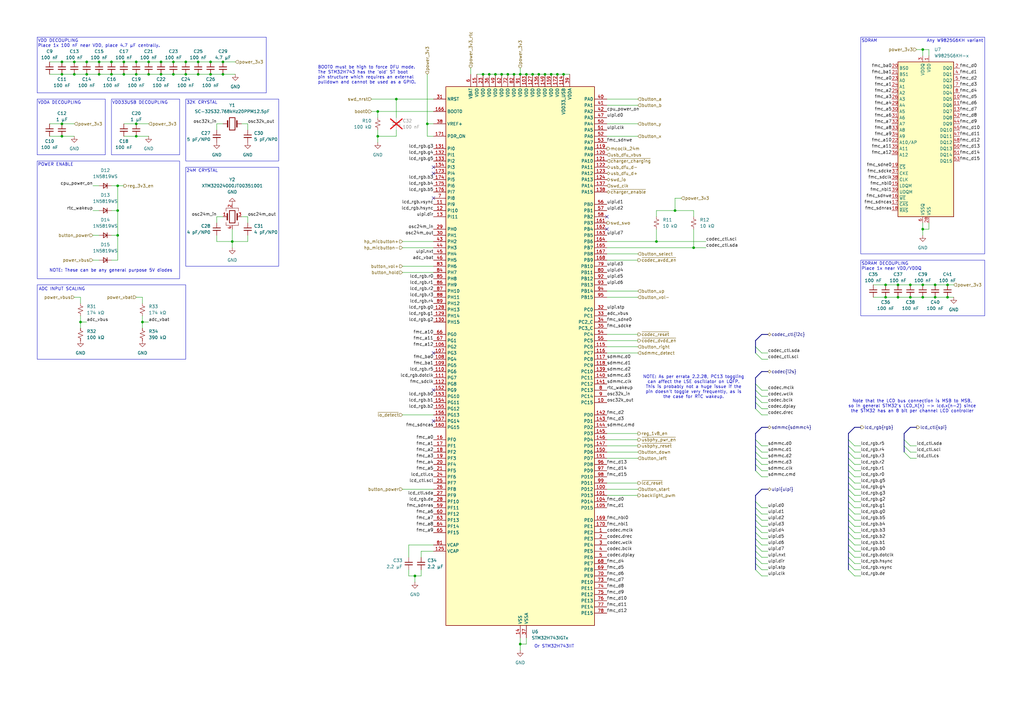
<source format=kicad_sch>
(kicad_sch (version 20250114) (generator "eeschema") (generator_version "9.0")
  (paper "A3")
  (title_block (title "CPU/RAM/power-on circuit") (date "2024-11-14") (rev "Rev1") (comment 1 "Author: Aidan MacDonald") (comment 2 "Status: Released") (comment 3 "NOT RECOMMENDED FOR MANUFACTURE"))
  (rectangle (start 15.24 116.84) (end 76.2 147.32))
  (rectangle (start 76.2 40.64) (end 114.3 66.04))
  (rectangle (start 45.72 40.64) (end 73.66 63.5))
  (rectangle (start 15.24 66.04) (end 73.66 114.3))
  (rectangle (start 15.24 40.64) (end 43.18 63.5))
  (rectangle (start 76.2 68.58) (end 114.3 109.22))
  (rectangle (start 15.24 15.24) (end 109.22 38.1))
  (rectangle (start 353.06 15.24) (end 403.86 104.14))
  (rectangle (start 353.06 106.68) (end 403.86 129.54))
  (text "32K CRYSTAL" (at 76.454 41.402 0) (effects (font (size 1.27 1.27)) (justify left top)))
  (text "SDRAM DECOUPLING\nPlace 1x near VDD/VDDQ" (at 353.314 109.22 0) (effects (font (size 1.27 1.27)) (justify left)))
  (text "Note that the LCD bus connection is MSB to MSB,\nso in general STM32's LCD_X(n) -> lcd.x(n-2) since\nthe STM32 has an 8 bit per channel LCD controller" (at 374.142 166.624 0) (effects (font (size 1.27 1.27))))
  (text "BOOT0 must be high to force DFU mode.\nThe STM32H743 has the 'old' ST boot\npin structure which requires an external\npulldown and cannot be used as a GPIO." (at 130.302 30.734 0) (effects (font (size 1.27 1.27)) (justify left)))
  (text "Or STM32H743IIT" (at 227.33 265.176 0) (effects (font (size 1.27 1.27))))
  (text "NOTE: These can be any general purpose 5V diodes" (at 45.466 110.998 0) (effects (font (size 1.27 1.27))))
  (text "ADC INPUT SCALING" (at 25.4 118.618 0) (effects (font (size 1.27 1.27))))
  (text "VDD33USB DECOUPLING" (at 45.974 42.164 0) (effects (font (size 1.27 1.27)) (justify left)))
  (text "NOTE: As per errata 2.2.28, PC13 toggling\ncan affect the LSE oscillator on LQFP.\nThis is probably not a huge issue if the\npin doesn't toggle very frequently, as is\nthe case for RTC wakeup." (at 284.48 158.75 0) (effects (font (size 1.27 1.27))))
  (text "VDD DECOUPLING\nPlace 1x 100 nF near VDD, place 4.7 µF centrally." (at 15.494 17.78 0) (effects (font (size 1.27 1.27)) (justify left)))
  (text "VDDA DECOUPLING" (at 15.494 42.164 0) (effects (font (size 1.27 1.27)) (justify left)))
  (text "24M CRYSTAL" (at 76.454 69.342 0) (effects (font (size 1.27 1.27)) (justify left top)))
  (text "SDRAM" (at 353.314 16.764 0) (effects (font (size 1.27 1.27)) (justify left)))
  (text "POWER ENABLE" (at 15.494 67.564 0) (effects (font (size 1.27 1.27)) (justify left)))
  (text "Any W9825G6KH variant" (at 391.668 16.764 0) (effects (font (size 1.27 1.27))))
  (junction (at 378.46 116.84))
  (junction (at 284.48 101.6))
  (junction (at 170.18 236.22))
  (junction (at 25.4 25.4))
  (junction (at 55.88 30.48))
  (junction (at 378.46 93.98))
  (junction (at 55.88 50.8))
  (junction (at 200.66 30.48))
  (junction (at 76.2 25.4))
  (junction (at 48.26 96.52))
  (junction (at 95.25 99.06))
  (junction (at 388.62 121.92))
  (junction (at 231.14 30.48))
  (junction (at 48.26 86.36))
  (junction (at 368.3 116.84))
  (junction (at 40.64 25.4))
  (junction (at 60.96 25.4))
  (junction (at 55.88 25.4))
  (junction (at 60.96 30.48))
  (junction (at 81.28 25.4))
  (junction (at 66.04 25.4))
  (junction (at 35.56 30.48))
  (junction (at 175.26 50.8))
  (junction (at 276.86 86.36))
  (junction (at 45.72 25.4))
  (junction (at 86.36 30.48))
  (junction (at 35.56 25.4))
  (junction (at 71.12 30.48))
  (junction (at 368.3 121.92))
  (junction (at 378.46 121.92))
  (junction (at 215.9 30.48))
  (junction (at 40.64 30.48))
  (junction (at 71.12 25.4))
  (junction (at 203.2 30.48))
  (junction (at 154.94 55.88))
  (junction (at 91.44 30.48))
  (junction (at 226.06 30.48))
  (junction (at 198.12 30.48))
  (junction (at 220.98 30.48))
  (junction (at 45.72 30.48))
  (junction (at 383.54 121.92))
  (junction (at 213.36 30.48))
  (junction (at 91.44 25.4))
  (junction (at 50.8 25.4))
  (junction (at 363.22 116.84))
  (junction (at 25.4 55.88))
  (junction (at 228.6 30.48))
  (junction (at 162.56 40.64))
  (junction (at 210.82 30.48))
  (junction (at 378.46 20.32))
  (junction (at 76.2 30.48))
  (junction (at 218.44 30.48))
  (junction (at 373.38 116.84))
  (junction (at 213.36 264.16))
  (junction (at 30.48 30.48))
  (junction (at 205.74 30.48))
  (junction (at 383.54 116.84))
  (junction (at 33.02 132.08))
  (junction (at 81.28 30.48))
  (junction (at 25.4 30.48))
  (junction (at 30.48 25.4))
  (junction (at 55.88 55.88))
  (junction (at 269.24 99.06))
  (junction (at 58.42 132.08))
  (junction (at 363.22 121.92))
  (junction (at 86.36 25.4))
  (junction (at 208.28 30.48))
  (junction (at 48.26 76.2))
  (junction (at 50.8 30.48))
  (junction (at 25.4 50.8))
  (junction (at 223.52 30.48))
  (junction (at 373.38 121.92))
  (junction (at 388.62 116.84))
  (junction (at 154.94 45.72))
  (junction (at 66.04 30.48))
  (no_connect (at 177.8 172.72))
  (no_connect (at 177.8 160.02))
  (no_connect (at 248.92 93.98))
  (no_connect (at 177.8 68.58))
  (no_connect (at 248.92 88.9))
  (no_connect (at 177.8 144.78))
  (no_connect (at 177.8 81.28))
  (no_connect (at 177.8 71.12))
  (bus_entry (at 309.88 160.02) (size 2.54 2.54))
  (bus_entry (at 309.88 213.36) (size 2.54 2.54))
  (bus_entry (at 309.88 215.9) (size 2.54 2.54))
  (bus_entry (at 347.98 223.52) (size 2.54 2.54))
  (bus_entry (at 370.84 182.88) (size 2.54 2.54))
  (bus_entry (at 347.98 213.36) (size 2.54 2.54))
  (bus_entry (at 309.88 162.56) (size 2.54 2.54))
  (bus_entry (at 309.88 142.24) (size 2.54 2.54))
  (bus_entry (at 347.98 226.06) (size 2.54 2.54))
  (bus_entry (at 347.98 220.98) (size 2.54 2.54))
  (bus_entry (at 347.98 210.82) (size 2.54 2.54))
  (bus_entry (at 309.88 182.88) (size 2.54 2.54))
  (bus_entry (at 347.98 218.44) (size 2.54 2.54))
  (bus_entry (at 347.98 190.5) (size 2.54 2.54))
  (bus_entry (at 309.88 144.78) (size 2.54 2.54))
  (bus_entry (at 347.98 205.74) (size 2.54 2.54))
  (bus_entry (at 309.88 165.1) (size 2.54 2.54))
  (bus_entry (at 347.98 208.28) (size 2.54 2.54))
  (bus_entry (at 309.88 223.52) (size 2.54 2.54))
  (bus_entry (at 347.98 215.9) (size 2.54 2.54))
  (bus_entry (at 309.88 185.42) (size 2.54 2.54))
  (bus_entry (at 309.88 210.82) (size 2.54 2.54))
  (bus_entry (at 347.98 233.68) (size 2.54 2.54))
  (bus_entry (at 347.98 193.04) (size 2.54 2.54))
  (bus_entry (at 309.88 233.68) (size 2.54 2.54))
  (bus_entry (at 347.98 228.6) (size 2.54 2.54))
  (bus_entry (at 309.88 220.98) (size 2.54 2.54))
  (bus_entry (at 309.88 180.34) (size 2.54 2.54))
  (bus_entry (at 309.88 167.64) (size 2.54 2.54))
  (bus_entry (at 370.84 185.42) (size 2.54 2.54))
  (bus_entry (at 309.88 208.28) (size 2.54 2.54))
  (bus_entry (at 309.88 226.06) (size 2.54 2.54))
  (bus_entry (at 309.88 157.48) (size 2.54 2.54))
  (bus_entry (at 347.98 200.66) (size 2.54 2.54))
  (bus_entry (at 370.84 180.34) (size 2.54 2.54))
  (bus_entry (at 347.98 203.2) (size 2.54 2.54))
  (bus_entry (at 309.88 190.5) (size 2.54 2.54))
  (bus_entry (at 309.88 193.04) (size 2.54 2.54))
  (bus_entry (at 347.98 195.58) (size 2.54 2.54))
  (bus_entry (at 347.98 185.42) (size 2.54 2.54))
  (bus_entry (at 309.88 205.74) (size 2.54 2.54))
  (bus_entry (at 309.88 218.44) (size 2.54 2.54))
  (bus_entry (at 347.98 231.14) (size 2.54 2.54))
  (bus_entry (at 309.88 228.6) (size 2.54 2.54))
  (bus_entry (at 347.98 198.12) (size 2.54 2.54))
  (bus_entry (at 309.88 231.14) (size 2.54 2.54))
  (bus_entry (at 309.88 187.96) (size 2.54 2.54))
  (bus_entry (at 347.98 182.88) (size 2.54 2.54))
  (bus_entry (at 347.98 187.96) (size 2.54 2.54))
  (bus_entry (at 347.98 180.34) (size 2.54 2.54))
  (bus (pts (xy 309.88 154.94) (xy 312.42 152.4)))
  (wire (pts (xy 101.6 50.8) (xy 99.06 50.8)))
  (wire (pts (xy 312.42 185.42) (xy 314.96 185.42)))
  (wire (pts (xy 165.1 111.76) (xy 177.8 111.76)))
  (bus (pts (xy 347.98 182.88) (xy 347.98 185.42)))
  (wire (pts (xy 30.48 25.4) (xy 35.56 25.4)))
  (wire (pts (xy 205.74 30.48) (xy 208.28 30.48)))
  (wire (pts (xy 312.42 195.58) (xy 314.96 195.58)))
  (wire (pts (xy 353.06 185.42) (xy 350.52 185.42)))
  (wire (pts (xy 381 93.98) (xy 381 91.44)))
  (wire (pts (xy 226.06 30.48) (xy 228.6 30.48)))
  (wire (pts (xy 284.48 86.36) (xy 284.48 88.9)))
  (wire (pts (xy 50.8 76.2) (xy 48.26 76.2)))
  (wire (pts (xy 165.1 170.18) (xy 177.8 170.18)))
  (bus (pts (xy 309.88 226.06) (xy 309.88 228.6)))
  (bus (pts (xy 309.88 223.52) (xy 309.88 226.06)))
  (bus (pts (xy 347.98 185.42) (xy 347.98 187.96)))
  (wire (pts (xy 76.2 25.4) (xy 81.28 25.4)))
  (wire (pts (xy 172.72 236.22) (xy 170.18 236.22)))
  (wire (pts (xy 312.42 231.14) (xy 314.96 231.14)))
  (wire (pts (xy 353.06 200.66) (xy 350.52 200.66)))
  (wire (pts (xy 261.62 177.8) (xy 248.92 177.8)))
  (bus (pts (xy 347.98 215.9) (xy 347.98 218.44)))
  (wire (pts (xy 353.06 218.44) (xy 350.52 218.44)))
  (bus (pts (xy 309.88 185.42) (xy 309.88 187.96)))
  (wire (pts (xy 378.46 20.32) (xy 378.46 22.86)))
  (wire (pts (xy 101.6 88.9) (xy 99.06 88.9)))
  (wire (pts (xy 261.62 139.7) (xy 248.92 139.7)))
  (wire (pts (xy 88.9 96.52) (xy 88.9 99.06)))
  (bus (pts (xy 309.88 165.1) (xy 309.88 167.64)))
  (wire (pts (xy 312.42 167.64) (xy 314.96 167.64)))
  (wire (pts (xy 45.72 96.52) (xy 48.26 96.52)))
  (wire (pts (xy 353.06 233.68) (xy 350.52 233.68)))
  (bus (pts (xy 347.98 228.6) (xy 347.98 231.14)))
  (wire (pts (xy 55.88 50.8) (xy 60.96 50.8)))
  (wire (pts (xy 162.56 55.88) (xy 154.94 55.88)))
  (wire (pts (xy 165.1 109.22) (xy 177.8 109.22)))
  (wire (pts (xy 177.8 223.52) (xy 167.64 223.52)))
  (wire (pts (xy 58.42 132.08) (xy 58.42 134.62)))
  (wire (pts (xy 213.36 264.16) (xy 215.9 264.16)))
  (wire (pts (xy 195.58 30.48) (xy 198.12 30.48)))
  (wire (pts (xy 353.06 205.74) (xy 350.52 205.74)))
  (wire (pts (xy 231.14 30.48) (xy 233.68 30.48)))
  (bus (pts (xy 347.98 220.98) (xy 347.98 223.52)))
  (wire (pts (xy 353.06 203.2) (xy 350.52 203.2)))
  (wire (pts (xy 58.42 129.54) (xy 58.42 132.08)))
  (wire (pts (xy 38.1 76.2) (xy 40.64 76.2)))
  (bus (pts (xy 312.42 152.4) (xy 314.96 152.4)))
  (wire (pts (xy 312.42 147.32) (xy 314.96 147.32)))
  (wire (pts (xy 154.94 45.72) (xy 154.94 48.26)))
  (wire (pts (xy 312.42 228.6) (xy 314.96 228.6)))
  (wire (pts (xy 276.86 81.28) (xy 276.86 86.36)))
  (wire (pts (xy 248.92 99.06) (xy 269.24 99.06)))
  (wire (pts (xy 358.14 121.92) (xy 363.22 121.92)))
  (wire (pts (xy 378.46 116.84) (xy 383.54 116.84)))
  (wire (pts (xy 33.02 132.08) (xy 33.02 134.62)))
  (wire (pts (xy 312.42 236.22) (xy 314.96 236.22)))
  (wire (pts (xy 48.26 76.2) (xy 45.72 76.2)))
  (wire (pts (xy 378.46 93.98) (xy 378.46 96.52)))
  (wire (pts (xy 284.48 101.6) (xy 289.56 101.6)))
  (bus (pts (xy 309.88 215.9) (xy 309.88 218.44)))
  (bus (pts (xy 347.98 180.34) (xy 347.98 182.88)))
  (wire (pts (xy 220.98 30.48) (xy 223.52 30.48)))
  (wire (pts (xy 373.38 121.92) (xy 378.46 121.92)))
  (wire (pts (xy 45.72 86.36) (xy 48.26 86.36)))
  (wire (pts (xy 261.62 50.8) (xy 248.92 50.8)))
  (wire (pts (xy 353.06 228.6) (xy 350.52 228.6)))
  (bus (pts (xy 347.98 177.8) (xy 347.98 180.34)))
  (wire (pts (xy 248.92 200.66) (xy 261.62 200.66)))
  (bus (pts (xy 309.88 220.98) (xy 309.88 223.52)))
  (bus (pts (xy 347.98 193.04) (xy 347.98 195.58)))
  (wire (pts (xy 353.06 220.98) (xy 350.52 220.98)))
  (wire (pts (xy 58.42 132.08) (xy 60.96 132.08)))
  (bus (pts (xy 347.98 200.66) (xy 347.98 203.2)))
  (wire (pts (xy 312.42 160.02) (xy 314.96 160.02)))
  (wire (pts (xy 38.1 106.68) (xy 40.64 106.68)))
  (wire (pts (xy 350.52 187.96) (xy 353.06 187.96)))
  (wire (pts (xy 58.42 121.92) (xy 58.42 124.46)))
  (wire (pts (xy 193.04 27.94) (xy 193.04 30.48)))
  (wire (pts (xy 55.88 55.88) (xy 60.96 55.88)))
  (wire (pts (xy 312.42 190.5) (xy 314.96 190.5)))
  (bus (pts (xy 309.88 210.82) (xy 309.88 213.36)))
  (bus (pts (xy 309.88 157.48) (xy 309.88 160.02)))
  (wire (pts (xy 50.8 30.48) (xy 55.88 30.48)))
  (wire (pts (xy 25.4 25.4) (xy 30.48 25.4)))
  (wire (pts (xy 312.42 233.68) (xy 314.96 233.68)))
  (wire (pts (xy 165.1 101.6) (xy 177.8 101.6)))
  (bus (pts (xy 309.88 162.56) (xy 309.88 165.1)))
  (bus (pts (xy 347.98 198.12) (xy 347.98 200.66)))
  (wire (pts (xy 167.64 236.22) (xy 170.18 236.22)))
  (wire (pts (xy 261.62 104.14) (xy 248.92 104.14)))
  (wire (pts (xy 353.06 215.9) (xy 350.52 215.9)))
  (wire (pts (xy 198.12 30.48) (xy 200.66 30.48)))
  (bus (pts (xy 347.98 231.14) (xy 347.98 233.68)))
  (wire (pts (xy 81.28 25.4) (xy 86.36 25.4)))
  (wire (pts (xy 261.62 187.96) (xy 248.92 187.96)))
  (bus (pts (xy 309.88 187.96) (xy 309.88 190.5)))
  (wire (pts (xy 353.06 195.58) (xy 350.52 195.58)))
  (bus (pts (xy 309.88 160.02) (xy 309.88 162.56)))
  (wire (pts (xy 20.32 55.88) (xy 25.4 55.88)))
  (wire (pts (xy 95.25 101.6) (xy 95.25 99.06)))
  (bus (pts (xy 347.98 205.74) (xy 347.98 208.28)))
  (wire (pts (xy 375.92 187.96) (xy 373.38 187.96)))
  (bus (pts (xy 347.98 190.5) (xy 347.98 193.04)))
  (wire (pts (xy 378.46 93.98) (xy 378.46 91.44)))
  (wire (pts (xy 261.62 40.64) (xy 248.92 40.64)))
  (wire (pts (xy 152.4 45.72) (xy 154.94 45.72)))
  (wire (pts (xy 353.06 190.5) (xy 350.52 190.5)))
  (wire (pts (xy 20.32 25.4) (xy 25.4 25.4)))
  (wire (pts (xy 383.54 116.84) (xy 388.62 116.84)))
  (wire (pts (xy 213.36 27.94) (xy 213.36 30.48)))
  (wire (pts (xy 203.2 30.48) (xy 205.74 30.48)))
  (wire (pts (xy 388.62 116.84) (xy 391.16 116.84)))
  (bus (pts (xy 309.88 139.7) (xy 309.88 142.24)))
  (wire (pts (xy 60.96 30.48) (xy 66.04 30.48)))
  (wire (pts (xy 261.62 203.2) (xy 248.92 203.2)))
  (wire (pts (xy 353.06 223.52) (xy 350.52 223.52)))
  (wire (pts (xy 261.62 119.38) (xy 248.92 119.38)))
  (bus (pts (xy 370.84 177.8) (xy 370.84 180.34)))
  (wire (pts (xy 269.24 86.36) (xy 276.86 86.36)))
  (wire (pts (xy 175.26 50.8) (xy 177.8 50.8)))
  (wire (pts (xy 162.56 53.34) (xy 162.56 55.88)))
  (wire (pts (xy 228.6 30.48) (xy 231.14 30.48)))
  (wire (pts (xy 353.06 236.22) (xy 350.52 236.22)))
  (wire (pts (xy 261.62 106.68) (xy 248.92 106.68)))
  (bus (pts (xy 347.98 226.06) (xy 347.98 228.6)))
  (bus (pts (xy 347.98 203.2) (xy 347.98 205.74)))
  (wire (pts (xy 38.1 96.52) (xy 40.64 96.52)))
  (wire (pts (xy 170.18 236.22) (xy 170.18 238.76)))
  (wire (pts (xy 276.86 86.36) (xy 284.48 86.36)))
  (wire (pts (xy 312.42 187.96) (xy 314.96 187.96)))
  (wire (pts (xy 363.22 116.84) (xy 368.3 116.84)))
  (wire (pts (xy 261.62 121.92) (xy 248.92 121.92)))
  (wire (pts (xy 81.28 30.48) (xy 86.36 30.48)))
  (wire (pts (xy 71.12 30.48) (xy 76.2 30.48)))
  (wire (pts (xy 375.92 185.42) (xy 373.38 185.42)))
  (wire (pts (xy 175.26 50.8) (xy 175.26 55.88)))
  (wire (pts (xy 200.66 30.48) (xy 203.2 30.48)))
  (wire (pts (xy 269.24 88.9) (xy 269.24 86.36)))
  (wire (pts (xy 312.42 223.52) (xy 314.96 223.52)))
  (wire (pts (xy 383.54 121.92) (xy 388.62 121.92)))
  (wire (pts (xy 172.72 233.68) (xy 172.72 236.22)))
  (wire (pts (xy 88.9 99.06) (xy 95.25 99.06)))
  (wire (pts (xy 363.22 121.92) (xy 368.3 121.92)))
  (bus (pts (xy 309.88 177.8) (xy 309.88 180.34)))
  (bus (pts (xy 309.88 205.74) (xy 309.88 208.28)))
  (wire (pts (xy 312.42 218.44) (xy 314.96 218.44)))
  (bus (pts (xy 347.98 213.36) (xy 347.98 215.9)))
  (wire (pts (xy 373.38 116.84) (xy 378.46 116.84)))
  (wire (pts (xy 261.62 137.16) (xy 248.92 137.16)))
  (wire (pts (xy 154.94 45.72) (xy 177.8 45.72)))
  (wire (pts (xy 358.14 116.84) (xy 363.22 116.84)))
  (wire (pts (xy 312.42 215.9) (xy 314.96 215.9)))
  (bus (pts (xy 312.42 137.16) (xy 314.96 137.16)))
  (bus (pts (xy 347.98 187.96) (xy 347.98 190.5)))
  (wire (pts (xy 38.1 86.36) (xy 40.64 86.36)))
  (wire (pts (xy 172.72 226.06) (xy 177.8 226.06)))
  (wire (pts (xy 312.42 220.98) (xy 314.96 220.98)))
  (wire (pts (xy 175.26 30.48) (xy 175.26 50.8)))
  (wire (pts (xy 208.28 30.48) (xy 210.82 30.48)))
  (wire (pts (xy 25.4 50.8) (xy 30.48 50.8)))
  (bus (pts (xy 309.88 231.14) (xy 309.88 233.68)))
  (wire (pts (xy 223.52 30.48) (xy 226.06 30.48)))
  (wire (pts (xy 101.6 99.06) (xy 95.25 99.06)))
  (bus (pts (xy 347.98 195.58) (xy 347.98 198.12)))
  (wire (pts (xy 312.42 170.18) (xy 314.96 170.18)))
  (bus (pts (xy 370.84 182.88) (xy 370.84 180.34)))
  (wire (pts (xy 66.04 25.4) (xy 71.12 25.4)))
  (bus (pts (xy 309.88 208.28) (xy 309.88 210.82)))
  (wire (pts (xy 215.9 261.62) (xy 215.9 264.16)))
  (bus (pts (xy 312.42 200.66) (xy 314.96 200.66)))
  (wire (pts (xy 312.42 226.06) (xy 314.96 226.06)))
  (wire (pts (xy 91.44 25.4) (xy 96.52 25.4)))
  (wire (pts (xy 66.04 30.48) (xy 71.12 30.48)))
  (wire (pts (xy 162.56 40.64) (xy 177.8 40.64)))
  (wire (pts (xy 368.3 116.84) (xy 373.38 116.84)))
  (wire (pts (xy 33.02 129.54) (xy 33.02 132.08)))
  (wire (pts (xy 167.64 233.68) (xy 167.64 236.22)))
  (wire (pts (xy 269.24 99.06) (xy 289.56 99.06)))
  (wire (pts (xy 101.6 50.8) (xy 101.6 53.34)))
  (bus (pts (xy 309.88 203.2) (xy 312.42 200.66)))
  (wire (pts (xy 312.42 182.88) (xy 314.96 182.88)))
  (wire (pts (xy 101.6 96.52) (xy 101.6 99.06)))
  (wire (pts (xy 60.96 25.4) (xy 66.04 25.4)))
  (bus (pts (xy 347.98 177.8) (xy 350.52 175.26)))
  (wire (pts (xy 218.44 30.48) (xy 220.98 30.48)))
  (wire (pts (xy 353.06 210.82) (xy 350.52 210.82)))
  (wire (pts (xy 353.06 208.28) (xy 350.52 208.28)))
  (bus (pts (xy 309.88 154.94) (xy 309.88 157.48)))
  (wire (pts (xy 375.92 182.88) (xy 373.38 182.88)))
  (wire (pts (xy 261.62 180.34) (xy 248.92 180.34)))
  (wire (pts (xy 88.9 88.9) (xy 88.9 91.44)))
  (wire (pts (xy 175.26 55.88) (xy 177.8 55.88)))
  (bus (pts (xy 347.98 208.28) (xy 347.98 210.82)))
  (wire (pts (xy 353.06 231.14) (xy 350.52 231.14)))
  (wire (pts (xy 30.48 30.48) (xy 35.56 30.48)))
  (wire (pts (xy 95.25 99.06) (xy 95.25 93.98)))
  (wire (pts (xy 261.62 198.12) (xy 248.92 198.12)))
  (wire (pts (xy 312.42 210.82) (xy 314.96 210.82)))
  (wire (pts (xy 167.64 223.52) (xy 167.64 228.6)))
  (wire (pts (xy 45.72 25.4) (xy 50.8 25.4)))
  (wire (pts (xy 88.9 88.9) (xy 91.44 88.9)))
  (wire (pts (xy 50.8 25.4) (xy 55.88 25.4)))
  (wire (pts (xy 25.4 55.88) (xy 30.48 55.88)))
  (wire (pts (xy 88.9 50.8) (xy 88.9 53.34)))
  (wire (pts (xy 76.2 30.48) (xy 81.28 30.48)))
  (wire (pts (xy 381 22.86) (xy 381 20.32)))
  (wire (pts (xy 40.64 30.48) (xy 45.72 30.48)))
  (wire (pts (xy 165.1 99.06) (xy 177.8 99.06)))
  (wire (pts (xy 86.36 30.48) (xy 91.44 30.48)))
  (wire (pts (xy 30.48 121.92) (xy 33.02 121.92)))
  (bus (pts (xy 347.98 223.52) (xy 347.98 226.06)))
  (wire (pts (xy 269.24 93.98) (xy 269.24 99.06)))
  (wire (pts (xy 388.62 121.92) (xy 391.16 121.92)))
  (bus (pts (xy 309.88 218.44) (xy 309.88 220.98)))
  (wire (pts (xy 165.1 200.66) (xy 177.8 200.66)))
  (wire (pts (xy 55.88 30.48) (xy 60.96 30.48)))
  (wire (pts (xy 71.12 25.4) (xy 76.2 25.4)))
  (wire (pts (xy 261.62 43.18) (xy 248.92 43.18)))
  (wire (pts (xy 378.46 121.92) (xy 383.54 121.92)))
  (bus (pts (xy 309.88 228.6) (xy 309.88 231.14)))
  (bus (pts (xy 309.88 177.8) (xy 312.42 175.26)))
  (bus (pts (xy 350.52 175.26) (xy 353.06 175.26)))
  (wire (pts (xy 45.72 30.48) (xy 50.8 30.48)))
  (bus (pts (xy 312.42 175.26) (xy 314.96 175.26)))
  (wire (pts (xy 261.62 142.24) (xy 248.92 142.24)))
  (wire (pts (xy 213.36 30.48) (xy 215.9 30.48)))
  (wire (pts (xy 20.32 30.48) (xy 25.4 30.48)))
  (wire (pts (xy 312.42 193.04) (xy 314.96 193.04)))
  (wire (pts (xy 210.82 30.48) (xy 213.36 30.48)))
  (wire (pts (xy 312.42 144.78) (xy 314.96 144.78)))
  (wire (pts (xy 154.94 58.42) (xy 154.94 55.88)))
  (wire (pts (xy 312.42 208.28) (xy 314.96 208.28)))
  (wire (pts (xy 215.9 30.48) (xy 218.44 30.48)))
  (bus (pts (xy 309.88 139.7) (xy 312.42 137.16)))
  (wire (pts (xy 91.44 30.48) (xy 96.52 30.48)))
  (wire (pts (xy 48.26 106.68) (xy 48.26 96.52)))
  (wire (pts (xy 261.62 185.42) (xy 248.92 185.42)))
  (wire (pts (xy 261.62 144.78) (xy 248.92 144.78)))
  (wire (pts (xy 213.36 261.62) (xy 213.36 264.16)))
  (bus (pts (xy 309.88 213.36) (xy 309.88 215.9)))
  (wire (pts (xy 375.92 20.32) (xy 378.46 20.32)))
  (wire (pts (xy 152.4 40.64) (xy 162.56 40.64)))
  (wire (pts (xy 213.36 266.7) (xy 213.36 264.16)))
  (wire (pts (xy 50.8 55.88) (xy 55.88 55.88)))
  (wire (pts (xy 101.6 88.9) (xy 101.6 91.44)))
  (wire (pts (xy 88.9 50.8) (xy 91.44 50.8)))
  (bus (pts (xy 309.88 203.2) (xy 309.88 205.74)))
  (bus (pts (xy 347.98 210.82) (xy 347.98 213.36)))
  (wire (pts (xy 35.56 30.48) (xy 40.64 30.48)))
  (wire (pts (xy 312.42 162.56) (xy 314.96 162.56)))
  (wire (pts (xy 353.06 226.06) (xy 350.52 226.06)))
  (wire (pts (xy 312.42 165.1) (xy 314.96 165.1)))
  (bus (pts (xy 309.88 180.34) (xy 309.88 182.88)))
  (wire (pts (xy 50.8 50.8) (xy 55.88 50.8)))
  (wire (pts (xy 353.06 193.04) (xy 350.52 193.04)))
  (wire (pts (xy 35.56 25.4) (xy 40.64 25.4)))
  (wire (pts (xy 353.06 198.12) (xy 350.52 198.12)))
  (bus (pts (xy 370.84 177.8) (xy 373.38 175.26)))
  (wire (pts (xy 55.88 25.4) (xy 60.96 25.4)))
  (wire (pts (xy 368.3 121.92) (xy 373.38 121.92)))
  (bus (pts (xy 347.98 218.44) (xy 347.98 220.98)))
  (bus (pts (xy 309.88 182.88) (xy 309.88 185.42)))
  (wire (pts (xy 25.4 30.48) (xy 30.48 30.48)))
  (wire (pts (xy 162.56 40.64) (xy 162.56 48.26)))
  (bus (pts (xy 309.88 190.5) (xy 309.88 193.04)))
  (wire (pts (xy 86.36 25.4) (xy 91.44 25.4)))
  (wire (pts (xy 312.42 213.36) (xy 314.96 213.36)))
  (wire (pts (xy 381 20.32) (xy 378.46 20.32)))
  (wire (pts (xy 33.02 121.92) (xy 33.02 124.46)))
  (wire (pts (xy 353.06 213.36) (xy 350.52 213.36)))
  (bus (pts (xy 373.38 175.26) (xy 375.92 175.26)))
  (wire (pts (xy 20.32 50.8) (xy 25.4 50.8)))
  (wire (pts (xy 261.62 182.88) (xy 248.92 182.88)))
  (wire (pts (xy 154.94 55.88) (xy 154.94 53.34)))
  (wire (pts (xy 261.62 55.88) (xy 248.92 55.88)))
  (wire (pts (xy 378.46 93.98) (xy 381 93.98)))
  (wire (pts (xy 284.48 93.98) (xy 284.48 101.6)))
  (wire (pts (xy 35.56 132.08) (xy 33.02 132.08)))
  (wire (pts (xy 55.88 121.92) (xy 58.42 121.92)))
  (wire (pts (xy 48.26 86.36) (xy 48.26 76.2)))
  (wire (pts (xy 276.86 81.28) (xy 279.4 81.28)))
  (bus (pts (xy 370.84 185.42) (xy 370.84 182.88)))
  (wire (pts (xy 172.72 228.6) (xy 172.72 226.06)))
  (wire (pts (xy 40.64 25.4) (xy 45.72 25.4)))
  (wire (pts (xy 45.72 106.68) (xy 48.26 106.68)))
  (bus (pts (xy 309.88 142.24) (xy 309.88 144.78)))
  (wire (pts (xy 353.06 182.88) (xy 350.52 182.88)))
  (wire (pts (xy 248.92 101.6) (xy 284.48 101.6)))
  (wire (pts (xy 48.26 96.52) (xy 48.26 86.36)))
  (label "ulpi.d7" (at 314.96 226.06 0))
  (label "lcd_rgb.b2" (at 177.8 167.64 180))
  (label "lcd_rgb.g2" (at 353.06 205.74 0))
  (label "osc24m_out" (at 177.8 96.52 180))
  (label "ulpi.d4" (at 248.92 111.76 0))
  (label "lcd_rgb.r3" (at 177.8 121.92 180))
  (label "adc_vbus" (at 35.56 132.08 0))
  (label "fmc_sdncas" (at 365.76 83.82 180))
  (label "adc_vbus" (at 248.92 129.54 0))
  (label "codec_ctl.scl" (at 314.96 147.32 0))
  (label "codec.drec" (at 314.96 170.18 0))
  (label "fmc_d11" (at 393.7 55.88 0))
  (label "osc32k_out" (at 101.6 50.8 0))
  (label "lcd_rgb.b4" (at 177.8 76.2 180))
  (label "fmc_a9" (at 365.76 55.88 180))
  (label "sdmmc.cmd" (at 314.96 195.58 0))
  (label "fmc_d9" (at 393.7 50.8 0))
  (label "osc32k_in" (at 88.9 50.8 180))
  (label "codec_ctl.sda" (at 289.56 101.6 0))
  (label "lcd_rgb.de" (at 177.8 205.74 180))
  (label "codec.dplay" (at 314.96 167.64 0))
  (label "fmc_sdnwe" (at 365.76 81.28 180))
  (label "fmc_a2" (at 177.8 185.42 180))
  (label "ulpi.stp" (at 314.96 233.68 0))
  (label "lcd_ctl.sda" (at 375.92 182.88 0))
  (label "fmc_sdclk" (at 177.8 157.48 180))
  (label "fmc_nbl0" (at 248.92 213.36 0))
  (label "ulpi.stp" (at 248.92 127 0))
  (label "fmc_sdne0" (at 365.76 68.58 180))
  (label "lcd_rgb.b1" (at 353.06 223.52 0))
  (label "osc24m_out" (at 101.6 88.9 0))
  (label "lcd_ctl.scl" (at 177.8 198.12 180))
  (label "fmc_d4" (at 393.7 38.1 0))
  (label "lcd_rgb.b3" (at 177.8 73.66 180))
  (label "fmc_d1" (at 248.92 208.28 0))
  (label "lcd_rgb.b0" (at 353.06 226.06 0))
  (label "fmc_d4" (at 248.92 231.14 0))
  (label "lcd_ctl.scl" (at 375.92 185.42 0))
  (label "sdmmc.d2" (at 248.92 152.4 0))
  (label "fmc_d8" (at 393.7 48.26 0))
  (label "lcd_ctl.sda" (at 177.8 203.2 180))
  (label "lcd_rgb.r5" (at 353.06 182.88 0))
  (label "lcd_rgb.b4" (at 353.06 215.9 0))
  (label "fmc_a12" (at 177.8 142.24 180))
  (label "lcd_rgb.r1" (at 177.8 116.84 180))
  (label "fmc_a8" (at 177.8 215.9 180))
  (label "fmc_a7" (at 177.8 213.36 180))
  (label "fmc_d6" (at 393.7 43.18 0))
  (label "fmc_d8" (at 248.92 241.3 0))
  (label "fmc_a5" (at 365.76 45.72 180))
  (label "ulpi.clk" (at 314.96 236.22 0))
  (label "ulpi.clk" (at 248.92 53.34 0))
  (label "ulpi.dir" (at 314.96 231.14 0))
  (label "fmc_d6" (at 248.92 236.22 0))
  (label "lcd_rgb.b5" (at 353.06 213.36 0))
  (label "lcd_rgb.r5" (at 177.8 152.4 180))
  (label "lcd_rgb.vsync" (at 177.8 83.82 180))
  (label "fmc_d1" (at 393.7 30.48 0))
  (label "sdmmc.d3" (at 248.92 154.94 0))
  (label "fmc_d10" (at 248.92 246.38 0))
  (label "lcd_rgb.g0" (at 353.06 210.82 0))
  (label "fmc_a0" (at 365.76 33.02 180))
  (label "lcd_rgb.dotclk" (at 353.06 228.6 0))
  (label "ulpi.nxt" (at 177.8 104.14 180))
  (label "lcd_rgb.g3" (at 353.06 203.2 0))
  (label "fmc_a10" (at 177.8 137.16 180))
  (label "fmc_d3" (at 393.7 35.56 0))
  (label "fmc_a2" (at 365.76 38.1 180))
  (label "ulpi.d1" (at 248.92 83.82 0))
  (label "fmc_d13" (at 393.7 60.96 0))
  (label "fmc_d14" (at 393.7 63.5 0))
  (label "fmc_a0" (at 177.8 180.34 180))
  (label "ulpi.d2" (at 248.92 86.36 0))
  (label "lcd_rgb.g1" (at 353.06 208.28 0))
  (label "lcd_rgb.g5" (at 177.8 66.04 180))
  (label "fmc_d7" (at 248.92 238.76 0))
  (label "lcd_rgb.g4" (at 353.06 200.66 0))
  (label "fmc_a3" (at 365.76 40.64 180))
  (label "ulpi.d0" (at 314.96 208.28 0))
  (label "fmc_ba1" (at 177.8 149.86 180))
  (label "fmc_d15" (at 393.7 66.04 0))
  (label "fmc_sdcke" (at 248.92 134.62 0))
  (label "sdmmc.clk" (at 314.96 193.04 0))
  (label "ulpi.d7" (at 248.92 96.52 0))
  (label "codec.bclk" (at 314.96 165.1 0))
  (label "sdmmc.d2" (at 314.96 187.96 0))
  (label "lcd_rgb.g4" (at 177.8 63.5 180))
  (label "fmc_a6" (at 177.8 210.82 180))
  (label "ulpi.nxt" (at 314.96 228.6 0))
  (label "fmc_a3" (at 177.8 187.96 180))
  (label "fmc_d14" (at 248.92 193.04 0))
  (label "lcd_rgb.g1" (at 177.8 129.54 180))
  (label "sdmmc.clk" (at 248.92 157.48 0))
  (label "fmc_d0" (at 393.7 27.94 0))
  (label "fmc_d13" (at 248.92 190.5 0))
  (label "fmc_d12" (at 248.92 251.46 0))
  (label "fmc_a9" (at 177.8 218.44 180))
  (label "fmc_a1" (at 365.76 35.56 180))
  (label "codec_ctl.sda" (at 314.96 144.78 0))
  (label "fmc_ba0" (at 365.76 27.94 180))
  (label "fmc_sdcke" (at 365.76 71.12 180))
  (label "osc32k_in" (at 248.92 162.56 0))
  (label "osc24m_in" (at 177.8 93.98 180))
  (label "lcd_rgb.g2" (at 177.8 132.08 180))
  (label "lcd_rgb.g5" (at 353.06 198.12 0))
  (label "fmc_a4" (at 365.76 43.18 180))
  (label "fmc_d9" (at 248.92 243.84 0))
  (label "lcd_rgb.r2" (at 177.8 119.38 180))
  (label "lcd_rgb.g3" (at 177.8 60.96 180))
  (label "rtc_wakeup" (at 248.92 160.02 0))
  (label "fmc_sdncas" (at 177.8 175.26 180))
  (label "ulpi.dir" (at 177.8 88.9 180))
  (label "lcd_rgb.hsync" (at 353.06 231.14 0))
  (label "lcd_rgb.de" (at 353.06 236.22 0))
  (label "fmc_ba0" (at 177.8 147.32 180))
  (label "fmc_sdnras" (at 177.8 208.28 180))
  (label "fmc_d2" (at 248.92 170.18 0))
  (label "fmc_a4" (at 177.8 190.5 180))
  (label "fmc_d15" (at 248.92 195.58 0))
  (label "fmc_d2" (at 393.7 33.02 0))
  (label "codec.mclk" (at 248.92 218.44 0))
  (label "lcd_ctl.cs" (at 375.92 187.96 0))
  (label "adc_vbat" (at 60.96 132.08 0))
  (label "fmc_nbl0" (at 365.76 76.2 180))
  (label "lcd_rgb.b1" (at 177.8 165.1 180))
  (label "sdmmc.d1" (at 248.92 149.86 0))
  (label "fmc_sdclk" (at 365.76 73.66 180))
  (label "ulpi.d5" (at 248.92 114.3 0))
  (label "lcd_rgb.vsync" (at 353.06 233.68 0))
  (label "lcd_rgb.b5" (at 177.8 78.74 180))
  (label "lcd_rgb.r3" (at 353.06 187.96 0))
  (label "lcd_rgb.r4" (at 177.8 124.46 180))
  (label "sdmmc.d0" (at 314.96 182.88 0))
  (label "osc24m_in" (at 88.9 88.9 180))
  (label "sdmmc.cmd" (at 248.92 175.26 0))
  (label "cpu_power_on" (at 248.92 45.72 0))
  (label "fmc_a12" (at 365.76 63.5 180))
  (label "lcd_rgb.r0" (at 177.8 114.3 180))
  (label "fmc_d5" (at 248.92 233.68 0))
  (label "codec.dplay" (at 248.92 228.6 0))
  (label "fmc_nbl1" (at 365.76 78.74 180))
  (label "ulpi.d0" (at 248.92 48.26 0))
  (label "sdmmc.d1" (at 314.96 185.42 0))
  (label "rtc_wakeup" (at 38.1 86.36 180))
  (label "fmc_sdne0" (at 248.92 132.08 0))
  (label "fmc_nbl1" (at 248.92 215.9 0))
  (label "ulpi.d4" (at 314.96 218.44 0))
  (label "codec.wclk" (at 248.92 223.52 0))
  (label "fmc_d7" (at 393.7 45.72 0))
  (label "ulpi.d6" (at 314.96 223.52 0))
  (label "lcd_rgb.r2" (at 353.06 190.5 0))
  (label "fmc_a8" (at 365.76 53.34 180))
  (label "fmc_a1" (at 177.8 182.88 180))
  (label "codec_ctl.scl" (at 289.56 99.06 0))
  (label "lcd_rgb.r4" (at 353.06 185.42 0))
  (label "fmc_a11" (at 365.76 60.96 180))
  (label "fmc_a6" (at 365.76 48.26 180))
  (label "fmc_d10" (at 393.7 53.34 0))
  (label "ulpi.d5" (at 314.96 220.98 0))
  (label "lcd_rgb.b0" (at 177.8 162.56 180))
  (label "fmc_d12" (at 393.7 58.42 0))
  (label "fmc_a11" (at 177.8 139.7 180))
  (label "fmc_sdnwe" (at 248.92 58.42 0))
  (label "fmc_ba1" (at 365.76 30.48 180))
  (label "lcd_rgb.hsync" (at 177.8 86.36 180))
  (label "lcd_rgb.dotclk" (at 177.8 154.94 180))
  (label "codec.drec" (at 248.92 220.98 0))
  (label "adc_vbat" (at 177.8 106.68 180))
  (label "ulpi.d3" (at 248.92 109.22 0))
  (label "fmc_a10" (at 365.76 58.42 180))
  (label "sdmmc.d3" (at 314.96 190.5 0))
  (label "osc32k_out" (at 248.92 165.1 0))
  (label "fmc_a5" (at 177.8 193.04 180))
  (label "cpu_power_on" (at 38.1 76.2 180))
  (label "codec.bclk" (at 248.92 226.06 0))
  (label "codec.wclk" (at 314.96 162.56 0))
  (label "ulpi.d6" (at 248.92 116.84 0))
  (label "lcd_rgb.g0" (at 177.8 127 180))
  (label "ulpi.d2" (at 314.96 213.36 0))
  (label "lcd_ctl.cs" (at 177.8 195.58 180))
  (label "fmc_d11" (at 248.92 248.92 0))
  (label "lcd_rgb.b2" (at 353.06 220.98 0))
  (label "fmc_sdnras" (at 365.76 86.36 180))
  (label "lcd_rgb.r0" (at 353.06 195.58 0))
  (label "fmc_d0" (at 248.92 205.74 0))
  (label "fmc_d5" (at 393.7 40.64 0))
  (label "codec.mclk" (at 314.96 160.02 0))
  (label "lcd_rgb.r1" (at 353.06 193.04 0))
  (label "lcd_rgb.b3" (at 353.06 218.44 0))
  (label "ulpi.d3" (at 314.96 215.9 0))
  (label "ulpi.d1" (at 314.96 210.82 0))
  (label "fmc_a7" (at 365.76 50.8 180))
  (label "sdmmc.d0" (at 248.92 147.32 0))
  (label "fmc_d3" (at 248.92 172.72 0))
  (hierarchical_label "hp_micbutton-" (shape input) (at 165.1 101.6 180))
  (hierarchical_label "reg_1v8_en" (shape output) (at 261.62 177.8 0))
  (hierarchical_label "~{usbphy_pwr_en}" (shape output) (at 261.62 180.34 0))
  (hierarchical_label "sdmmc_detect" (shape input) (at 261.62 144.78 0))
  (hierarchical_label "ulpi{ulpi}" (shape bidirectional) (at 314.96 200.66 0))
  (hierarchical_label "usb_dfu_d-" (shape bidirectional) (at 248.92 68.58 0))
  (hierarchical_label "swd_clk" (shape input) (at 248.92 76.2 0))
  (hierarchical_label "lcd_ctl{spi}" (shape output) (at 375.92 175.26 0))
  (hierarchical_label "backlight_pwm" (shape output) (at 261.62 203.2 0))
  (hierarchical_label "button_x" (shape input) (at 261.62 55.88 0))
  (hierarchical_label "button_down" (shape input) (at 261.62 185.42 0))
  (hierarchical_label "button_up" (shape input) (at 261.62 119.38 0))
  (hierarchical_label "power_3v3" (shape input) (at 96.52 25.4 0))
  (hierarchical_label "codec{i2s}" (shape bidirectional) (at 314.96 152.4 0))
  (hierarchical_label "~{lo_detect}" (shape input) (at 165.1 170.18 180))
  (hierarchical_label "usb_dfu_vbus" (shape input) (at 248.92 63.5 0))
  (hierarchical_label "power_3v3" (shape input) (at 175.26 30.48 90))
  (hierarchical_label "hp_micbutton+" (shape input) (at 165.1 99.06 180))
  (hierarchical_label "button_hold" (shape input) (at 165.1 111.76 180))
  (hierarchical_label "~{usbphy_reset}" (shape output) (at 261.62 182.88 0))
  (hierarchical_label "~{charger_enable}" (shape tri_state) (at 248.92 78.74 0))
  (hierarchical_label "power_vbus" (shape input) (at 38.1 106.68 180))
  (hierarchical_label "~{codec_reset}" (shape output) (at 261.62 137.16 0))
  (hierarchical_label "power_3v3" (shape input) (at 60.96 50.8 0))
  (hierarchical_label "power_3v3_rtc" (shape input) (at 193.04 27.94 90))
  (hierarchical_label "button_y" (shape input) (at 261.62 50.8 0))
  (hierarchical_label "~{codec_dvdd_en}" (shape output) (at 261.62 139.7 0))
  (hierarchical_label "button_left" (shape input) (at 261.62 187.96 0))
  (hierarchical_label "button_right" (shape input) (at 261.62 142.24 0))
  (hierarchical_label "button_b" (shape input) (at 261.62 43.18 0))
  (hierarchical_label "mcoclk_24m" (shape output) (at 248.92 60.96 0))
  (hierarchical_label "button_start" (shape input) (at 261.62 200.66 0))
  (hierarchical_label "power_3v3" (shape input) (at 375.92 20.32 180))
  (hierarchical_label "usb_dfu_d+" (shape bidirectional) (at 248.92 71.12 0))
  (hierarchical_label "power_3v3" (shape input) (at 30.48 50.8 0))
  (hierarchical_label "power_vbus" (shape input) (at 30.48 121.92 180))
  (hierarchical_label "button_select" (shape input) (at 261.62 104.14 0))
  (hierarchical_label "~{lcd_reset}" (shape output) (at 261.62 198.12 0))
  (hierarchical_label "sdmmc{sdmmc4}" (shape bidirectional) (at 314.96 175.26 0))
  (hierarchical_label "button_a" (shape input) (at 261.62 40.64 0))
  (hierarchical_label "button_power" (shape input) (at 38.1 96.52 180))
  (hierarchical_label "power_3v3" (shape input) (at 279.4 81.28 0))
  (hierarchical_label "~{codec_avdd_en}" (shape output) (at 261.62 106.68 0))
  (hierarchical_label "power_3v3" (shape input) (at 213.36 27.94 90))
  (hierarchical_label "lcd_rgb{rgb}" (shape output) (at 353.06 175.26 0))
  (hierarchical_label "codec_ctl{i2c}" (shape bidirectional) (at 314.96 137.16 0))
  (hierarchical_label "power_vbat" (shape input) (at 55.88 121.92 180))
  (hierarchical_label "button_vol+" (shape input) (at 165.1 109.22 180))
  (hierarchical_label "boot0" (shape input) (at 152.4 45.72 180))
  (hierarchical_label "reg_3v3_en" (shape output) (at 50.8 76.2 0))
  (hierarchical_label "swd_swo" (shape output) (at 248.92 91.44 0))
  (hierarchical_label "~{charger_charging}" (shape input) (at 248.92 66.04 0))
  (hierarchical_label "button_vol-" (shape input) (at 261.62 121.92 0))
  (hierarchical_label "swd_io" (shape bidirectional) (at 248.92 73.66 0))
  (hierarchical_label "power_3v3" (shape input) (at 391.16 116.84 0))
  (hierarchical_label "button_power" (shape input) (at 165.1 200.66 180))
  (hierarchical_label "swd_nrst" (shape input) (at 152.4 40.64 180))
  (symbol (lib_id "power:GND") (at 101.6 58.42 0) (unit 1)
    (property "Reference" "#PWR024" (effects (hide yes)))
    (property "Value" "GND" (at 101.6 63.5 0))
    (property "Description" "Power symbol creates a global label with name \"GND\" , ground" (effects (hide yes)))
  )
  (symbol (lib_id "Device:C_Small") (at 50.8 53.34 0) (unit 1)
    (property "Reference" "C18" (at 50.8 57.912 0))
    (property "Value" "100 nF" (at 50.8 60.452 0))
    (property "Footprint" "Capacitor_SMD:C_0402_1005Metric" (effects (hide yes)))
    (property "Description" "Unpolarized capacitor, small symbol" (effects (hide yes)))
    (property "LCSC#" "C77020" (effects (hide yes)))
  )
  (symbol (lib_id "Device:R_Small_US") (at 33.02 127 0) (unit 1)
    (property "Reference" "R31" (at 35.56 125.7299 0) (effects (justify left)))
    (property "Value" "174 kΩ" (at 35.56 128.2699 0) (effects (justify left)))
    (property "Footprint" "Resistor_SMD:R_0603_1608Metric" (effects (hide yes)))
    (property "Description" "Resistor, small US symbol" (effects (hide yes)))
    (property "LCSC#" "C2933159" (effects (hide yes)))
  )
  (symbol (lib_id "Device:C_Small") (at 50.8 27.94 0) (unit 1)
    (property "Reference" "C17" (at 50.8 21.082 0))
    (property "Value" "100 nF" (at 50.8 23.622 0))
    (property "Footprint" "Capacitor_SMD:C_0402_1005Metric" (effects (hide yes)))
    (property "Description" "Unpolarized capacitor, small symbol" (effects (hide yes)))
    (property "LCSC#" "C77020" (effects (hide yes)))
  )
  (symbol (lib_id "power:GND") (at 154.94 58.42 0) (unit 1)
    (property "Reference" "#PWR025" (effects (hide yes)))
    (property "Value" "GND" (at 154.94 63.5 0))
    (property "Description" "Power symbol creates a global label with name \"GND\" , ground" (effects (hide yes)))
  )
  (symbol (lib_id "power:GND") (at 96.52 30.48 0) (unit 1)
    (property "Reference" "#PWR023" (effects (hide yes)))
    (property "Value" "GND" (at 96.52 35.56 0))
    (property "Description" "Power symbol creates a global label with name \"GND\" , ground" (effects (hide yes)))
  )
  (symbol (lib_id "Device:R_Small_US") (at 284.48 91.44 0) (unit 1)
    (property "Reference" "R12" (at 287.02 90.1699 0) (effects (justify left)))
    (property "Value" "10 kΩ" (at 287.02 92.7099 0) (effects (justify left)))
    (property "Footprint" "Resistor_SMD:R_0402_1005Metric" (effects (hide yes)))
    (property "Description" "Resistor, small US symbol" (effects (hide yes)))
    (property "LCSC#" "C60490" (effects (hide yes)))
  )
  (symbol (lib_id "power:GND") (at 213.36 266.7 0) (unit 1)
    (property "Reference" "#PWR027" (effects (hide yes)))
    (property "Value" "GND" (at 213.36 271.78 0))
    (property "Description" "Power symbol creates a global label with name \"GND\" , ground" (effects (hide yes)))
  )
  (symbol (lib_id "Device:C_Small") (at 383.54 119.38 0) (unit 1)
    (property "Reference" "C40" (at 383.54 123.952 0))
    (property "Value" "100 nF" (at 383.54 126.492 0))
    (property "Footprint" "Capacitor_SMD:C_0402_1005Metric" (effects (hide yes)))
    (property "Description" "Unpolarized capacitor, small symbol" (effects (hide yes)))
    (property "LCSC#" "C77020" (effects (hide yes)))
  )
  (symbol (lib_id "Device:D_Small") (at 43.18 86.36 180) (unit 1)
    (property "Reference" "D13" (at 43.18 80.01 0))
    (property "Value" "1N5819WS" (at 43.18 82.55 0))
    (property "Footprint" "Diode_SMD:D_SOD-323" (effects (hide yes)))
    (property "Description" "Diode, small symbol" (effects (hide yes)))
    (property "Sim.Device" "D" (effects (hide yes)))
    (property "Sim.Pins" "1=K 2=A" (effects (hide yes)))
    (property "LCSC#" "C191023" (effects (hide yes)))
  )
  (symbol (lib_id "Device:D_Small") (at 43.18 76.2 180) (unit 1)
    (property "Reference" "D12" (at 43.18 69.85 0))
    (property "Value" "1N5819WS" (at 43.18 72.39 0))
    (property "Footprint" "Diode_SMD:D_SOD-323" (effects (hide yes)))
    (property "Description" "Diode, small symbol" (effects (hide yes)))
    (property "Sim.Device" "D" (effects (hide yes)))
    (property "Sim.Pins" "1=K 2=A" (effects (hide yes)))
    (property "LCSC#" "C191023" (effects (hide yes)))
  )
  (symbol (lib_id "Device:R_Small_US") (at 154.94 50.8 0) (unit 1)
    (property "Reference" "R10" (at 152.4 49.5299 0) (effects (justify right)))
    (property "Value" "100 kΩ" (at 152.4 52.0699 0) (effects (justify right)))
    (property "Footprint" "Resistor_SMD:R_0402_1005Metric" (effects (hide yes)))
    (property "Description" "Resistor, small US symbol" (effects (hide yes)))
    (property "LCSC#" "C60491" (effects (hide yes)))
  )
  (symbol (lib_id "power:GND") (at 95.25 101.6 0) (unit 1)
    (property "Reference" "#PWR022" (effects (hide yes)))
    (property "Value" "GND" (at 95.25 106.68 0))
    (property "Description" "Power symbol creates a global label with name \"GND\" , ground" (effects (hide yes)))
  )
  (symbol (lib_id "power:GND") (at 60.96 55.88 0) (unit 1)
    (property "Reference" "#PWR019" (effects (hide yes)))
    (property "Value" "GND" (at 60.96 60.96 0))
    (property "Description" "Power symbol creates a global label with name \"GND\" , ground" (effects (hide yes)))
  )
  (symbol (lib_id "Device:R_Small_US") (at 58.42 127 0) (unit 1)
    (property "Reference" "R33" (at 60.96 125.7299 0) (effects (justify left)))
    (property "Value" "174 kΩ" (at 60.96 128.2699 0) (effects (justify left)))
    (property "Footprint" "Resistor_SMD:R_0603_1608Metric" (effects (hide yes)))
    (property "Description" "Resistor, small US symbol" (effects (hide yes)))
    (property "LCSC#" "C2933159" (effects (hide yes)))
  )
  (symbol (lib_id "echoplayer:W9825G6KH-5") (at 378.46 55.88 0) (unit 1)
    (property "Reference" "U7" (at 383.1941 20.32 0) (effects (justify left)))
    (property "Value" "W9825G6KH-x" (at 383.1941 22.86 0) (effects (justify left)))
    (property "Footprint" "Package_SO:TSOP-II-54_22.2x10.16mm_P0.8mm" (effects (hide yes)))
    (property "Datasheet" "https://www.mouser.co.uk/datasheet/2/949/w9825g6kh_a04-1489735.pdf" (effects (hide yes)))
    (property "Description" "256Mb Synchronous DRAM, 4 Mb x 16 b x 4 Banks, 200 MHz, TSOP-II-54" (effects (hide yes)))
    (property "LCSC#" "C62246" (effects (hide yes)))
  )
  (symbol (lib_id "Device:C_Small") (at 86.36 27.94 0) (unit 1)
    (property "Reference" "C26" (at 86.36 32.512 0))
    (property "Value" "100 nF" (at 86.36 35.052 0))
    (property "Footprint" "Capacitor_SMD:C_0402_1005Metric" (effects (hide yes)))
    (property "Description" "Unpolarized capacitor, small symbol" (effects (hide yes)))
    (property "LCSC#" "C77020" (effects (hide yes)))
  )
  (symbol (lib_id "Device:C_Small") (at 60.96 27.94 0) (unit 1)
    (property "Reference" "C21" (at 60.96 21.082 0))
    (property "Value" "100 nF" (at 60.96 23.622 0))
    (property "Footprint" "Capacitor_SMD:C_0402_1005Metric" (effects (hide yes)))
    (property "Description" "Unpolarized capacitor, small symbol" (effects (hide yes)))
    (property "LCSC#" "C77020" (effects (hide yes)))
  )
  (symbol (lib_id "Device:C_Small") (at 88.9 55.88 0) (mirror y) (unit 1)
    (property "Reference" "C27" (at 86.36 54.6162 0) (effects (justify left)))
    (property "Value" "5 pF/NP0" (at 86.36 57.1562 0) (effects (justify left)))
    (property "Footprint" "Capacitor_SMD:C_0402_1005Metric" (effects (hide yes)))
    (property "Description" "Unpolarized capacitor, small symbol" (effects (hide yes)))
    (property "LCSC#" "C161328" (effects (hide yes)))
  )
  (symbol (lib_id "Device:Crystal") (at 95.25 50.8 0) (unit 1)
    (property "Reference" "Y1" (at 95.25 43.18 0))
    (property "Value" "SC-32S32.768kHz20PPM12.5pF" (at 95.25 45.72 0))
    (property "Footprint" "Crystal:Crystal_SMD_3215-2Pin_3.2x1.5mm" (effects (hide yes)))
    (property "Datasheet" "https://www.lcsc.com/datasheet/lcsc_datasheet_1811151435_Seiko-SC-32S32-768kHz20PPM12-5pF_C97606.pdf" (effects (hide yes)))
    (property "Description" "Two pin crystal" (effects (hide yes)))
    (property "LCSC#" "C97606" (effects (hide yes)))
  )
  (symbol (lib_id "power:GND") (at 95.25 83.82 180) (unit 1)
    (property "Reference" "#PWR021" (effects (hide yes)))
    (property "Value" "GND" (at 95.25 78.74 0))
    (property "Description" "Power symbol creates a global label with name \"GND\" , ground" (effects (hide yes)))
  )
  (symbol (lib_id "Device:C_Small") (at 25.4 53.34 0) (unit 1)
    (property "Reference" "C12" (at 25.4 46.482 0))
    (property "Value" "1 µF" (at 25.4 49.022 0))
    (property "Footprint" "Capacitor_SMD:C_0402_1005Metric" (effects (hide yes)))
    (property "Description" "Unpolarized capacitor, small symbol" (effects (hide yes)))
    (property "LCSC#" "C52923" (effects (hide yes)))
  )
  (symbol (lib_id "Device:C_Small") (at 373.38 119.38 0) (unit 1)
    (property "Reference" "C38" (at 373.38 123.952 0))
    (property "Value" "100 nF" (at 373.38 126.492 0))
    (property "Footprint" "Capacitor_SMD:C_0402_1005Metric" (effects (hide yes)))
    (property "Description" "Unpolarized capacitor, small symbol" (effects (hide yes)))
    (property "LCSC#" "C77020" (effects (hide yes)))
  )
  (symbol (lib_id "Device:C_Small") (at 30.48 27.94 0) (unit 1)
    (property "Reference" "C13" (at 30.48 21.082 0))
    (property "Value" "100 nF" (at 30.48 23.622 0))
    (property "Footprint" "Capacitor_SMD:C_0402_1005Metric" (effects (hide yes)))
    (property "Description" "Unpolarized capacitor, small symbol" (effects (hide yes)))
    (property "LCSC#" "C77020" (effects (hide yes)))
  )
  (symbol (lib_id "Device:C_Small") (at 167.64 231.14 0) (mirror y) (unit 1)
    (property "Reference" "C33" (at 165.1 229.8762 0) (effects (justify left)))
    (property "Value" "2.2 µF" (at 165.1 232.4162 0) (effects (justify left)))
    (property "Footprint" "Capacitor_SMD:C_0603_1608Metric" (effects (hide yes)))
    (property "Description" "Unpolarized capacitor, small symbol" (effects (hide yes)))
    (property "LCSC#" "C57895" (effects (hide yes)))
  )
  (symbol (lib_id "Device:C_Small") (at 363.22 119.38 0) (unit 1)
    (property "Reference" "C36" (at 363.22 123.952 0))
    (property "Value" "100 nF" (at 363.22 126.492 0))
    (property "Footprint" "Capacitor_SMD:C_0402_1005Metric" (effects (hide yes)))
    (property "Description" "Unpolarized capacitor, small symbol" (effects (hide yes)))
    (property "LCSC#" "C77020" (effects (hide yes)))
  )
  (symbol (lib_id "Device:C_Small") (at 388.62 119.38 0) (unit 1)
    (property "Reference" "C41" (at 388.62 112.522 0))
    (property "Value" "100 nF" (at 388.62 115.062 0))
    (property "Footprint" "Capacitor_SMD:C_0402_1005Metric" (effects (hide yes)))
    (property "Description" "Unpolarized capacitor, small symbol" (effects (hide yes)))
    (property "LCSC#" "C77020" (effects (hide yes)))
  )
  (symbol (lib_id "power:GND") (at 33.02 139.7 0) (unit 1)
    (property "Reference" "#PWR060" (effects (hide yes)))
    (property "Value" "GND" (at 33.02 144.78 0))
    (property "Description" "Power symbol creates a global label with name \"GND\" , ground" (effects (hide yes)))
  )
  (symbol (lib_id "power:GND") (at 30.48 55.88 0) (unit 1)
    (property "Reference" "#PWR017" (effects (hide yes)))
    (property "Value" "GND" (at 30.48 60.96 0))
    (property "Description" "Power symbol creates a global label with name \"GND\" , ground" (effects (hide yes)))
  )
  (symbol (lib_id "power:GND") (at 58.42 139.7 0) (unit 1)
    (property "Reference" "#PWR061" (effects (hide yes)))
    (property "Value" "GND" (at 58.42 144.78 0))
    (property "Description" "Power symbol creates a global label with name \"GND\" , ground" (effects (hide yes)))
  )
  (symbol (lib_id "Device:C_Small") (at 101.6 93.98 0) (unit 1)
    (property "Reference" "C31" (at 104.14 92.7162 0) (effects (justify left)))
    (property "Value" "4 pF/NP0" (at 104.14 95.2562 0) (effects (justify left)))
    (property "Footprint" "Capacitor_SMD:C_0402_1005Metric" (effects (hide yes)))
    (property "Description" "Unpolarized capacitor, small symbol" (effects (hide yes)))
    (property "LCSC#" "C541337" (effects (hide yes)))
  )
  (symbol (lib_id "Device:C_Small") (at 101.6 55.88 0) (unit 1)
    (property "Reference" "C30" (at 104.14 54.6162 0) (effects (justify left)))
    (property "Value" "5 pF/NP0" (at 104.14 57.1562 0) (effects (justify left)))
    (property "Footprint" "Capacitor_SMD:C_0402_1005Metric" (effects (hide yes)))
    (property "Description" "Unpolarized capacitor, small symbol" (effects (hide yes)))
    (property "LCSC#" "C161328" (effects (hide yes)))
  )
  (symbol (lib_id "Device:C_Small") (at 81.28 27.94 0) (unit 1)
    (property "Reference" "C25" (at 81.28 21.082 0))
    (property "Value" "100 nF" (at 81.28 23.622 0))
    (property "Footprint" "Capacitor_SMD:C_0402_1005Metric" (effects (hide yes)))
    (property "Description" "Unpolarized capacitor, small symbol" (effects (hide yes)))
    (property "LCSC#" "C77020" (effects (hide yes)))
  )
  (symbol (lib_id "Device:C_Small") (at 378.46 119.38 0) (unit 1)
    (property "Reference" "C39" (at 378.46 112.522 0))
    (property "Value" "100 nF" (at 378.46 115.062 0))
    (property "Footprint" "Capacitor_SMD:C_0402_1005Metric" (effects (hide yes)))
    (property "Description" "Unpolarized capacitor, small symbol" (effects (hide yes)))
    (property "LCSC#" "C77020" (effects (hide yes)))
  )
  (symbol (lib_id "Device:C_Small") (at 76.2 27.94 0) (unit 1)
    (property "Reference" "C24" (at 76.2 32.512 0))
    (property "Value" "100 nF" (at 76.2 35.052 0))
    (property "Footprint" "Capacitor_SMD:C_0402_1005Metric" (effects (hide yes)))
    (property "Description" "Unpolarized capacitor, small symbol" (effects (hide yes)))
    (property "LCSC#" "C77020" (effects (hide yes)))
  )
  (symbol (lib_id "Device:C_Small") (at 40.64 27.94 0) (unit 1)
    (property "Reference" "C15" (at 40.64 21.082 0))
    (property "Value" "100 nF" (at 40.64 23.622 0))
    (property "Footprint" "Capacitor_SMD:C_0402_1005Metric" (effects (hide yes)))
    (property "Description" "Unpolarized capacitor, small symbol" (effects (hide yes)))
    (property "LCSC#" "C77020" (effects (hide yes)))
  )
  (symbol (lib_id "Device:D_Small") (at 43.18 106.68 180) (unit 1)
    (property "Reference" "D15" (at 43.18 100.33 0))
    (property "Value" "1N5819WS" (at 43.18 102.87 0))
    (property "Footprint" "Diode_SMD:D_SOD-323" (effects (hide yes)))
    (property "Description" "Diode, small symbol" (effects (hide yes)))
    (property "Sim.Device" "D" (effects (hide yes)))
    (property "Sim.Pins" "1=K 2=A" (effects (hide yes)))
    (property "LCSC#" "C191023" (effects (hide yes)))
  )
  (symbol (lib_id "power:GND") (at 88.9 58.42 0) (unit 1)
    (property "Reference" "#PWR020" (effects (hide yes)))
    (property "Value" "GND" (at 88.9 63.5 0))
    (property "Description" "Power symbol creates a global label with name \"GND\" , ground" (effects (hide yes)))
  )
  (symbol (lib_id "Device:R_Small_US") (at 33.02 137.16 0) (unit 1)
    (property "Reference" "R32" (at 35.56 135.8899 0) (effects (justify left)))
    (property "Value" "100 kΩ" (at 35.56 138.4299 0) (effects (justify left)))
    (property "Footprint" "Resistor_SMD:R_0402_1005Metric" (effects (hide yes)))
    (property "Description" "Resistor, small US symbol" (effects (hide yes)))
    (property "LCSC#" "C60491" (effects (hide yes)))
  )
  (symbol (lib_id "power:GND") (at 170.18 238.76 0) (unit 1)
    (property "Reference" "#PWR026" (effects (hide yes)))
    (property "Value" "GND" (at 170.18 243.84 0))
    (property "Description" "Power symbol creates a global label with name \"GND\" , ground" (effects (hide yes)))
  )
  (symbol (lib_id "Device:R_Small_US") (at 58.42 137.16 0) (unit 1)
    (property "Reference" "R34" (at 60.96 135.8899 0) (effects (justify left)))
    (property "Value" "390 kΩ" (at 60.96 138.4299 0) (effects (justify left)))
    (property "Footprint" "Resistor_SMD:R_0603_1608Metric" (effects (hide yes)))
    (property "Description" "Resistor, small US symbol" (effects (hide yes)))
    (property "LCSC#" "C23150" (effects (hide yes)))
  )
  (symbol (lib_id "Device:C_Small") (at 162.56 50.8 0) (unit 1) (dnp yes)
    (property "Reference" "C32" (at 165.1 49.5362 0) (effects (justify left)))
    (property "Value" "100 nF" (at 165.1 52.0762 0) (effects (justify left)))
    (property "Footprint" "Capacitor_SMD:C_0402_1005Metric" (effects (hide yes)))
    (property "Description" "Unpolarized capacitor, small symbol" (effects (hide yes)))
    (property "LCSC#" "C77020" (effects (hide yes)))
  )
  (symbol (lib_id "Device:C_Small") (at 368.3 119.38 0) (unit 1)
    (property "Reference" "C37" (at 368.3 112.522 0))
    (property "Value" "100 nF" (at 368.3 115.062 0))
    (property "Footprint" "Capacitor_SMD:C_0402_1005Metric" (effects (hide yes)))
    (property "Description" "Unpolarized capacitor, small symbol" (effects (hide yes)))
    (property "LCSC#" "C77020" (effects (hide yes)))
  )
  (symbol (lib_id "Device:C_Small") (at 172.72 231.14 0) (unit 1)
    (property "Reference" "C34" (at 175.26 229.8762 0) (effects (justify left)))
    (property "Value" "2.2 µF" (at 175.26 232.4162 0) (effects (justify left)))
    (property "Footprint" "Capacitor_SMD:C_0603_1608Metric" (effects (hide yes)))
    (property "Description" "Unpolarized capacitor, small symbol" (effects (hide yes)))
    (property "LCSC#" "C57895" (effects (hide yes)))
  )
  (symbol (lib_id "power:GND") (at 391.16 121.92 0) (unit 1)
    (property "Reference" "#PWR029" (effects (hide yes)))
    (property "Value" "GND" (at 391.16 127 0))
    (property "Description" "Power symbol creates a global label with name \"GND\" , ground" (effects (hide yes)))
  )
  (symbol (lib_id "Device:C_Small") (at 66.04 27.94 0) (unit 1)
    (property "Reference" "C22" (at 66.04 32.512 0))
    (property "Value" "100 nF" (at 66.04 35.052 0))
    (property "Footprint" "Capacitor_SMD:C_0402_1005Metric" (effects (hide yes)))
    (property "Description" "Unpolarized capacitor, small symbol" (effects (hide yes)))
    (property "LCSC#" "C77020" (effects (hide yes)))
  )
  (symbol (lib_id "Device:C_Small") (at 358.14 119.38 0) (unit 1)
    (property "Reference" "C35" (at 358.14 112.522 0))
    (property "Value" "100 nF" (at 358.14 115.062 0))
    (property "Footprint" "Capacitor_SMD:C_0402_1005Metric" (effects (hide yes)))
    (property "Description" "Unpolarized capacitor, small symbol" (effects (hide yes)))
    (property "LCSC#" "C77020" (effects (hide yes)))
  )
  (symbol (lib_id "MCU_ST_STM32H7:STM32H743IGTx") (at 213.36 147.32 0) (unit 1)
    (property "Reference" "U6" (at 218.0433 259.08 0) (effects (justify left)))
    (property "Value" "STM32H743IGTx" (at 218.0433 261.62 0) (effects (justify left)))
    (property "Footprint" "Package_QFP:LQFP-176_24x24mm_P0.5mm" (effects (hide yes)))
    (property "Datasheet" "https://www.st.com/resource/en/datasheet/stm32h743ig.pdf" (effects (hide yes)))
    (property "Description" "STMicroelectronics Arm Cortex-M7 MCU, 1024KB flash, 1024KB RAM, 480 MHz, 1.62-3.6V, 140 GPIO, LQFP176" (effects (hide yes)))
    (property "LCSC#" "C89597" (effects (hide yes)))
  )
  (symbol (lib_id "Device:C_Small") (at 88.9 93.98 0) (mirror y) (unit 1)
    (property "Reference" "C28" (at 86.36 92.7162 0) (effects (justify left)))
    (property "Value" "4 pF/NP0" (at 86.36 95.2562 0) (effects (justify left)))
    (property "Footprint" "Capacitor_SMD:C_0402_1005Metric" (effects (hide yes)))
    (property "Description" "Unpolarized capacitor, small symbol" (effects (hide yes)))
    (property "LCSC#" "C541337" (effects (hide yes)))
  )
  (symbol (lib_id "Device:C_Small") (at 20.32 27.94 0) (unit 1)
    (property "Reference" "C9" (at 20.32 21.082 0))
    (property "Value" "100 nF" (at 20.32 23.622 0))
    (property "Footprint" "Capacitor_SMD:C_0402_1005Metric" (effects (hide yes)))
    (property "Description" "Unpolarized capacitor, small symbol" (effects (hide yes)))
    (property "LCSC#" "C77020" (effects (hide yes)))
  )
  (symbol (lib_id "Device:C_Small") (at 55.88 53.34 0) (unit 1)
    (property "Reference" "C20" (at 55.88 46.482 0))
    (property "Value" "1 µF" (at 55.88 49.022 0))
    (property "Footprint" "Capacitor_SMD:C_0402_1005Metric" (effects (hide yes)))
    (property "Description" "Unpolarized capacitor, small symbol" (effects (hide yes)))
    (property "LCSC#" "C52923" (effects (hide yes)))
  )
  (symbol (lib_id "Device:C_Small") (at 71.12 27.94 0) (unit 1)
    (property "Reference" "C23" (at 71.12 21.082 0))
    (property "Value" "100 nF" (at 71.12 23.622 0))
    (property "Footprint" "Capacitor_SMD:C_0402_1005Metric" (effects (hide yes)))
    (property "Description" "Unpolarized capacitor, small symbol" (effects (hide yes)))
    (property "LCSC#" "C77020" (effects (hide yes)))
  )
  (symbol (lib_id "Device:R_Small_US") (at 269.24 91.44 0) (unit 1)
    (property "Reference" "R11" (at 271.78 90.1699 0) (effects (justify left)))
    (property "Value" "10 kΩ" (at 271.78 92.7099 0) (effects (justify left)))
    (property "Footprint" "Resistor_SMD:R_0402_1005Metric" (effects (hide yes)))
    (property "Description" "Resistor, small US symbol" (effects (hide yes)))
    (property "LCSC#" "C60490" (effects (hide yes)))
  )
  (symbol (lib_id "Device:C_Small") (at 55.88 27.94 0) (unit 1)
    (property "Reference" "C19" (at 55.88 32.512 0))
    (property "Value" "100 nF" (at 55.88 35.052 0))
    (property "Footprint" "Capacitor_SMD:C_0402_1005Metric" (effects (hide yes)))
    (property "Description" "Unpolarized capacitor, small symbol" (effects (hide yes)))
    (property "LCSC#" "C77020" (effects (hide yes)))
  )
  (symbol (lib_id "Device:D_Small") (at 43.18 96.52 180) (unit 1)
    (property "Reference" "D14" (at 43.18 90.17 0))
    (property "Value" "1N5819WS" (at 43.18 92.71 0))
    (property "Footprint" "Diode_SMD:D_SOD-323" (effects (hide yes)))
    (property "Description" "Diode, small symbol" (effects (hide yes)))
    (property "Sim.Device" "D" (effects (hide yes)))
    (property "Sim.Pins" "1=K 2=A" (effects (hide yes)))
    (property "LCSC#" "C191023" (effects (hide yes)))
  )
  (symbol (lib_id "Device:Crystal_GND24") (at 95.25 88.9 0) (unit 1)
    (property "Reference" "Y2" (at 95.25 73.66 0))
    (property "Value" "XTM32024000JT00351001" (at 95.25 76.2 0))
    (property "Footprint" "Crystal:Crystal_SMD_3225-4Pin_3.2x2.5mm" (effects (hide yes)))
    (property "Datasheet" "https://www.lcsc.com/datasheet/lcsc_datasheet_2408021446_TOGNJING-XTM32024000JT00351001_C37635376.pdf" (effects (hide yes)))
    (property "Description" "Four pin crystal, GND on pins 2 and 4" (effects (hide yes)))
    (property "LCSC#" "C37635376" (effects (hide yes)))
  )
  (symbol (lib_id "Device:C_Small") (at 45.72 27.94 0) (unit 1)
    (property "Reference" "C16" (at 45.72 32.512 0))
    (property "Value" "100 nF" (at 45.72 35.052 0))
    (property "Footprint" "Capacitor_SMD:C_0402_1005Metric" (effects (hide yes)))
    (property "Description" "Unpolarized capacitor, small symbol" (effects (hide yes)))
    (property "LCSC#" "C77020" (effects (hide yes)))
  )
  (symbol (lib_id "Device:C_Small") (at 20.32 53.34 0) (unit 1)
    (property "Reference" "C10" (at 20.32 57.912 0))
    (property "Value" "100 nF" (at 20.32 60.452 0))
    (property "Footprint" "Capacitor_SMD:C_0402_1005Metric" (effects (hide yes)))
    (property "Description" "Unpolarized capacitor, small symbol" (effects (hide yes)))
    (property "LCSC#" "C77020" (effects (hide yes)))
  )
  (symbol (lib_id "Device:C_Small") (at 91.44 27.94 0) (unit 1)
    (property "Reference" "C29" (at 91.44 21.082 0))
    (property "Value" "4.7 µF" (at 91.44 23.622 0))
    (property "Footprint" "Capacitor_SMD:C_0603_1608Metric" (effects (hide yes)))
    (property "Description" "Unpolarized capacitor, small symbol" (effects (hide yes)))
    (property "LCSC#" "C69335" (effects (hide yes)))
  )
  (symbol (lib_id "power:GND") (at 378.46 96.52 0) (unit 1)
    (property "Reference" "#PWR028" (effects (hide yes)))
    (property "Value" "GND" (at 378.46 101.6 0))
    (property "Description" "Power symbol creates a global label with name \"GND\" , ground" (effects (hide yes)))
  )
  (symbol (lib_id "Device:C_Small") (at 35.56 27.94 0) (unit 1)
    (property "Reference" "C14" (at 35.56 32.512 0))
    (property "Value" "100 nF" (at 35.56 35.052 0))
    (property "Footprint" "Capacitor_SMD:C_0402_1005Metric" (effects (hide yes)))
    (property "Description" "Unpolarized capacitor, small symbol" (effects (hide yes)))
    (property "LCSC#" "C77020" (effects (hide yes)))
  )
  (symbol (lib_id "Device:C_Small") (at 25.4 27.94 0) (unit 1)
    (property "Reference" "C11" (at 25.4 32.512 0))
    (property "Value" "100 nF" (at 25.4 35.052 0))
    (property "Footprint" "Capacitor_SMD:C_0402_1005Metric" (effects (hide yes)))
    (property "Description" "Unpolarized capacitor, small symbol" (effects (hide yes)))
    (property "LCSC#" "C77020" (effects (hide yes)))
  )
)
</source>
